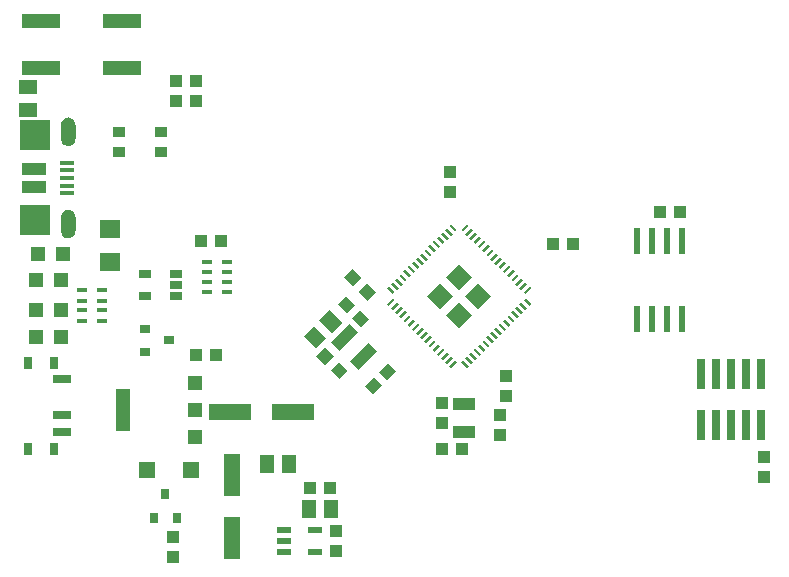
<source format=gbr>
G04 EAGLE Gerber RS-274X export*
G75*
%MOMM*%
%FSLAX34Y34*%
%LPD*%
%INSolderpaste Top*%
%IPPOS*%
%AMOC8*
5,1,8,0,0,1.08239X$1,22.5*%
G01*
%ADD10R,1.240000X1.500000*%
%ADD11R,1.400000X3.556000*%
%ADD12R,3.556000X1.400000*%
%ADD13R,1.200000X1.200000*%
%ADD14R,1.400000X1.400000*%
%ADD15R,1.200000X0.550000*%
%ADD16R,1.300000X1.300000*%
%ADD17R,1.300000X3.600000*%
%ADD18R,1.075000X1.000000*%
%ADD19R,0.787400X0.889000*%
%ADD20R,1.000000X1.075000*%
%ADD21R,2.000000X1.000000*%
%ADD22R,2.500000X2.500000*%
%ADD23R,1.250000X0.300000*%
%ADD24R,1.803000X1.600000*%
%ADD25R,3.200000X1.200000*%
%ADD26R,1.500000X1.240000*%
%ADD27R,0.889000X0.787400*%
%ADD28R,0.990000X0.690000*%
%ADD29R,0.900000X0.450000*%
%ADD30R,0.760000X2.600000*%
%ADD31R,0.600000X2.200000*%
%ADD32R,1.000000X0.850000*%
%ADD33R,0.700000X0.220000*%
%ADD34R,1.524000X1.524000*%
%ADD35R,1.016000X2.200000*%
%ADD36R,1.900000X1.100000*%
%ADD37R,0.800000X1.000000*%
%ADD38R,1.500000X0.700000*%

G36*
X52278Y407873D02*
X52278Y407873D01*
X53552Y408073D01*
X53599Y408090D01*
X53689Y408111D01*
X54885Y408589D01*
X54928Y408616D01*
X55011Y408656D01*
X56071Y409388D01*
X56107Y409424D01*
X56178Y409482D01*
X57049Y410432D01*
X57076Y410474D01*
X57133Y410547D01*
X57770Y411667D01*
X57787Y411714D01*
X57826Y411797D01*
X58199Y413031D01*
X58204Y413081D01*
X58224Y413171D01*
X58313Y414456D01*
X58311Y414476D01*
X58314Y414500D01*
X58314Y425500D01*
X58312Y425515D01*
X58313Y425535D01*
X58252Y426661D01*
X58241Y426708D01*
X58233Y426784D01*
X57952Y427877D01*
X57932Y427921D01*
X57910Y427994D01*
X57422Y429011D01*
X57394Y429050D01*
X57357Y429117D01*
X56680Y430020D01*
X56645Y430053D01*
X56596Y430111D01*
X55756Y430864D01*
X55715Y430890D01*
X55655Y430938D01*
X54684Y431512D01*
X54639Y431529D01*
X54572Y431565D01*
X53507Y431939D01*
X53460Y431947D01*
X53387Y431969D01*
X52270Y432128D01*
X52242Y432127D01*
X52090Y432128D01*
X50974Y431969D01*
X50928Y431954D01*
X50853Y431939D01*
X49788Y431565D01*
X49746Y431541D01*
X49676Y431512D01*
X48705Y430938D01*
X48668Y430906D01*
X48604Y430864D01*
X47764Y430111D01*
X47735Y430074D01*
X47680Y430020D01*
X47003Y429117D01*
X46981Y429074D01*
X46938Y429011D01*
X46450Y427994D01*
X46437Y427947D01*
X46408Y427877D01*
X46127Y426784D01*
X46124Y426736D01*
X46108Y426661D01*
X46047Y425535D01*
X46049Y425519D01*
X46046Y425500D01*
X46046Y414500D01*
X46049Y414485D01*
X46047Y414465D01*
X46108Y413339D01*
X46120Y413292D01*
X46127Y413216D01*
X46408Y412123D01*
X46428Y412079D01*
X46450Y412006D01*
X46938Y410989D01*
X46967Y410950D01*
X47003Y410883D01*
X47680Y409980D01*
X47715Y409947D01*
X47764Y409889D01*
X48604Y409136D01*
X48645Y409110D01*
X48705Y409062D01*
X49676Y408488D01*
X49721Y408471D01*
X49788Y408435D01*
X50853Y408061D01*
X50900Y408053D01*
X50974Y408031D01*
X52090Y407872D01*
X52091Y407872D01*
X52278Y407873D01*
G37*
G36*
X52278Y329873D02*
X52278Y329873D01*
X53552Y330073D01*
X53599Y330090D01*
X53689Y330111D01*
X54885Y330589D01*
X54928Y330616D01*
X55011Y330656D01*
X56071Y331388D01*
X56107Y331424D01*
X56178Y331482D01*
X57049Y332432D01*
X57076Y332474D01*
X57133Y332547D01*
X57770Y333667D01*
X57787Y333714D01*
X57826Y333797D01*
X58199Y335031D01*
X58204Y335081D01*
X58224Y335171D01*
X58313Y336456D01*
X58311Y336476D01*
X58314Y336500D01*
X58314Y347500D01*
X58312Y347515D01*
X58313Y347535D01*
X58252Y348661D01*
X58241Y348708D01*
X58233Y348784D01*
X57952Y349877D01*
X57932Y349921D01*
X57910Y349994D01*
X57422Y351011D01*
X57394Y351050D01*
X57357Y351117D01*
X56680Y352020D01*
X56645Y352053D01*
X56596Y352111D01*
X55756Y352864D01*
X55715Y352890D01*
X55655Y352938D01*
X54684Y353512D01*
X54639Y353529D01*
X54572Y353565D01*
X53507Y353939D01*
X53460Y353947D01*
X53387Y353969D01*
X52270Y354128D01*
X52242Y354127D01*
X52090Y354128D01*
X50974Y353969D01*
X50928Y353954D01*
X50853Y353939D01*
X49788Y353565D01*
X49746Y353541D01*
X49676Y353512D01*
X48705Y352938D01*
X48668Y352906D01*
X48604Y352864D01*
X47764Y352111D01*
X47735Y352074D01*
X47680Y352020D01*
X47003Y351117D01*
X46981Y351074D01*
X46938Y351011D01*
X46450Y349994D01*
X46437Y349947D01*
X46408Y349877D01*
X46127Y348784D01*
X46124Y348736D01*
X46108Y348661D01*
X46047Y347535D01*
X46049Y347519D01*
X46046Y347500D01*
X46046Y336500D01*
X46049Y336485D01*
X46047Y336465D01*
X46108Y335339D01*
X46120Y335292D01*
X46127Y335216D01*
X46408Y334123D01*
X46428Y334079D01*
X46450Y334006D01*
X46938Y332989D01*
X46967Y332950D01*
X47003Y332883D01*
X47680Y331980D01*
X47715Y331947D01*
X47764Y331889D01*
X48604Y331136D01*
X48645Y331110D01*
X48705Y331062D01*
X49676Y330488D01*
X49721Y330471D01*
X49788Y330435D01*
X50853Y330061D01*
X50900Y330053D01*
X50974Y330031D01*
X52090Y329872D01*
X52091Y329872D01*
X52278Y329873D01*
G37*
D10*
X239370Y138430D03*
X220370Y138430D03*
D11*
X190754Y76330D03*
X190754Y129410D03*
D12*
X242440Y182626D03*
X189360Y182626D03*
D13*
X46060Y246380D03*
X25060Y246380D03*
D14*
X155914Y133858D03*
X118914Y133858D03*
D13*
X26330Y316230D03*
X47330Y316230D03*
D10*
X255930Y100330D03*
X274930Y100330D03*
D15*
X234650Y83160D03*
X234650Y73660D03*
X234650Y64160D03*
X260650Y64160D03*
X260650Y83160D03*
D16*
X159278Y161404D03*
X159278Y184404D03*
X159278Y207404D03*
D17*
X98278Y184404D03*
D18*
X160410Y231140D03*
X177410Y231140D03*
X273930Y118110D03*
X256930Y118110D03*
D19*
X124714Y92710D03*
X144018Y92710D03*
X134366Y113030D03*
D20*
X140970Y60080D03*
X140970Y77080D03*
D21*
X23180Y388500D03*
X23180Y373500D03*
D22*
X24180Y417000D03*
X24180Y345000D03*
D23*
X50930Y394000D03*
X50930Y387500D03*
X50930Y381000D03*
X50930Y374500D03*
X50930Y368000D03*
D13*
X46060Y269240D03*
X25060Y269240D03*
X46060Y294640D03*
X25060Y294640D03*
D24*
X87630Y309630D03*
X87630Y338070D03*
D25*
X97500Y474030D03*
X29500Y474030D03*
X29500Y514030D03*
X97500Y514030D03*
D26*
X17780Y457810D03*
X17780Y438810D03*
D27*
X137160Y243332D03*
X116840Y233680D03*
X116840Y252984D03*
D18*
X164728Y327914D03*
X181728Y327914D03*
D28*
X143202Y280822D03*
X143202Y290322D03*
X143202Y299822D03*
X117302Y299822D03*
X117302Y280822D03*
D29*
X80890Y286050D03*
X63890Y286050D03*
X80890Y277050D03*
X80890Y269050D03*
X80890Y260050D03*
X63890Y260050D03*
X63890Y277050D03*
X63890Y269050D03*
X169300Y284180D03*
X186300Y284180D03*
X169300Y293180D03*
X169300Y301180D03*
X169300Y310180D03*
X186300Y310180D03*
X186300Y293180D03*
X186300Y301180D03*
D30*
X638810Y171540D03*
X626110Y171540D03*
X613410Y171540D03*
X600710Y171540D03*
X588010Y171540D03*
X638810Y214540D03*
X626110Y214540D03*
X613410Y214540D03*
X600710Y214540D03*
X588010Y214540D03*
D20*
X641350Y144390D03*
X641350Y127390D03*
D31*
X558800Y327790D03*
X558800Y261490D03*
X571500Y327790D03*
X546100Y327790D03*
X533400Y327790D03*
X571500Y261490D03*
X546100Y261490D03*
X533400Y261490D03*
D18*
X569840Y351790D03*
X552840Y351790D03*
D32*
X130530Y402730D03*
X95530Y402730D03*
X130530Y420230D03*
X95530Y420230D03*
D33*
G36*
X386267Y226247D02*
X391216Y221298D01*
X389661Y219743D01*
X384712Y224692D01*
X386267Y226247D01*
G37*
G36*
X389802Y229783D02*
X394751Y224834D01*
X393196Y223279D01*
X388247Y228228D01*
X389802Y229783D01*
G37*
G36*
X393338Y233318D02*
X398287Y228369D01*
X396732Y226814D01*
X391783Y231763D01*
X393338Y233318D01*
G37*
G36*
X396873Y236854D02*
X401822Y231905D01*
X400267Y230350D01*
X395318Y235299D01*
X396873Y236854D01*
G37*
G36*
X400409Y240390D02*
X405358Y235441D01*
X403803Y233886D01*
X398854Y238835D01*
X400409Y240390D01*
G37*
G36*
X403944Y243925D02*
X408893Y238976D01*
X407338Y237421D01*
X402389Y242370D01*
X403944Y243925D01*
G37*
G36*
X407480Y247461D02*
X412429Y242512D01*
X410874Y240957D01*
X405925Y245906D01*
X407480Y247461D01*
G37*
G36*
X411015Y250996D02*
X415964Y246047D01*
X414409Y244492D01*
X409460Y249441D01*
X411015Y250996D01*
G37*
G36*
X414551Y254532D02*
X419500Y249583D01*
X417945Y248028D01*
X412996Y252977D01*
X414551Y254532D01*
G37*
G36*
X418087Y258067D02*
X423036Y253118D01*
X421481Y251563D01*
X416532Y256512D01*
X418087Y258067D01*
G37*
G36*
X421622Y261603D02*
X426571Y256654D01*
X425016Y255099D01*
X420067Y260048D01*
X421622Y261603D01*
G37*
G36*
X425158Y265138D02*
X430107Y260189D01*
X428552Y258634D01*
X423603Y263583D01*
X425158Y265138D01*
G37*
G36*
X428693Y268674D02*
X433642Y263725D01*
X432087Y262170D01*
X427138Y267119D01*
X428693Y268674D01*
G37*
G36*
X432229Y272209D02*
X437178Y267260D01*
X435623Y265705D01*
X430674Y270654D01*
X432229Y272209D01*
G37*
G36*
X435764Y275745D02*
X440713Y270796D01*
X439158Y269241D01*
X434209Y274190D01*
X435764Y275745D01*
G37*
G36*
X439300Y279280D02*
X444249Y274331D01*
X442694Y272776D01*
X437745Y277725D01*
X439300Y279280D01*
G37*
G36*
X437745Y284231D02*
X442694Y289180D01*
X444249Y287625D01*
X439300Y282676D01*
X437745Y284231D01*
G37*
G36*
X434209Y287766D02*
X439158Y292715D01*
X440713Y291160D01*
X435764Y286211D01*
X434209Y287766D01*
G37*
G36*
X430674Y291302D02*
X435623Y296251D01*
X437178Y294696D01*
X432229Y289747D01*
X430674Y291302D01*
G37*
G36*
X427138Y294837D02*
X432087Y299786D01*
X433642Y298231D01*
X428693Y293282D01*
X427138Y294837D01*
G37*
G36*
X423603Y298373D02*
X428552Y303322D01*
X430107Y301767D01*
X425158Y296818D01*
X423603Y298373D01*
G37*
G36*
X420067Y301909D02*
X425016Y306858D01*
X426571Y305303D01*
X421622Y300354D01*
X420067Y301909D01*
G37*
G36*
X416532Y305444D02*
X421481Y310393D01*
X423036Y308838D01*
X418087Y303889D01*
X416532Y305444D01*
G37*
G36*
X412996Y308980D02*
X417945Y313929D01*
X419500Y312374D01*
X414551Y307425D01*
X412996Y308980D01*
G37*
G36*
X409460Y312515D02*
X414409Y317464D01*
X415964Y315909D01*
X411015Y310960D01*
X409460Y312515D01*
G37*
G36*
X405925Y316051D02*
X410874Y321000D01*
X412429Y319445D01*
X407480Y314496D01*
X405925Y316051D01*
G37*
G36*
X402389Y319586D02*
X407338Y324535D01*
X408893Y322980D01*
X403944Y318031D01*
X402389Y319586D01*
G37*
G36*
X398854Y323122D02*
X403803Y328071D01*
X405358Y326516D01*
X400409Y321567D01*
X398854Y323122D01*
G37*
G36*
X395318Y326657D02*
X400267Y331606D01*
X401822Y330051D01*
X396873Y325102D01*
X395318Y326657D01*
G37*
G36*
X391783Y330193D02*
X396732Y335142D01*
X398287Y333587D01*
X393338Y328638D01*
X391783Y330193D01*
G37*
G36*
X388247Y333728D02*
X393196Y338677D01*
X394751Y337122D01*
X389802Y332173D01*
X388247Y333728D01*
G37*
G36*
X384712Y337264D02*
X389661Y342213D01*
X391216Y340658D01*
X386267Y335709D01*
X384712Y337264D01*
G37*
G36*
X379761Y335709D02*
X374812Y340658D01*
X376367Y342213D01*
X381316Y337264D01*
X379761Y335709D01*
G37*
G36*
X376226Y332173D02*
X371277Y337122D01*
X372832Y338677D01*
X377781Y333728D01*
X376226Y332173D01*
G37*
G36*
X372690Y328638D02*
X367741Y333587D01*
X369296Y335142D01*
X374245Y330193D01*
X372690Y328638D01*
G37*
G36*
X369155Y325102D02*
X364206Y330051D01*
X365761Y331606D01*
X370710Y326657D01*
X369155Y325102D01*
G37*
G36*
X365619Y321567D02*
X360670Y326516D01*
X362225Y328071D01*
X367174Y323122D01*
X365619Y321567D01*
G37*
G36*
X362084Y318031D02*
X357135Y322980D01*
X358690Y324535D01*
X363639Y319586D01*
X362084Y318031D01*
G37*
G36*
X358548Y314496D02*
X353599Y319445D01*
X355154Y321000D01*
X360103Y316051D01*
X358548Y314496D01*
G37*
G36*
X355012Y310960D02*
X350063Y315909D01*
X351618Y317464D01*
X356567Y312515D01*
X355012Y310960D01*
G37*
G36*
X351477Y307425D02*
X346528Y312374D01*
X348083Y313929D01*
X353032Y308980D01*
X351477Y307425D01*
G37*
G36*
X347941Y303889D02*
X342992Y308838D01*
X344547Y310393D01*
X349496Y305444D01*
X347941Y303889D01*
G37*
G36*
X344406Y300354D02*
X339457Y305303D01*
X341012Y306858D01*
X345961Y301909D01*
X344406Y300354D01*
G37*
G36*
X340870Y296818D02*
X335921Y301767D01*
X337476Y303322D01*
X342425Y298373D01*
X340870Y296818D01*
G37*
G36*
X337335Y293282D02*
X332386Y298231D01*
X333941Y299786D01*
X338890Y294837D01*
X337335Y293282D01*
G37*
G36*
X333799Y289747D02*
X328850Y294696D01*
X330405Y296251D01*
X335354Y291302D01*
X333799Y289747D01*
G37*
G36*
X330264Y286211D02*
X325315Y291160D01*
X326870Y292715D01*
X331819Y287766D01*
X330264Y286211D01*
G37*
G36*
X326728Y282676D02*
X321779Y287625D01*
X323334Y289180D01*
X328283Y284231D01*
X326728Y282676D01*
G37*
G36*
X328283Y277725D02*
X323334Y272776D01*
X321779Y274331D01*
X326728Y279280D01*
X328283Y277725D01*
G37*
G36*
X331819Y274190D02*
X326870Y269241D01*
X325315Y270796D01*
X330264Y275745D01*
X331819Y274190D01*
G37*
G36*
X335354Y270654D02*
X330405Y265705D01*
X328850Y267260D01*
X333799Y272209D01*
X335354Y270654D01*
G37*
G36*
X338890Y267119D02*
X333941Y262170D01*
X332386Y263725D01*
X337335Y268674D01*
X338890Y267119D01*
G37*
G36*
X342425Y263583D02*
X337476Y258634D01*
X335921Y260189D01*
X340870Y265138D01*
X342425Y263583D01*
G37*
G36*
X345961Y260048D02*
X341012Y255099D01*
X339457Y256654D01*
X344406Y261603D01*
X345961Y260048D01*
G37*
G36*
X349496Y256512D02*
X344547Y251563D01*
X342992Y253118D01*
X347941Y258067D01*
X349496Y256512D01*
G37*
G36*
X353032Y252977D02*
X348083Y248028D01*
X346528Y249583D01*
X351477Y254532D01*
X353032Y252977D01*
G37*
G36*
X356567Y249441D02*
X351618Y244492D01*
X350063Y246047D01*
X355012Y250996D01*
X356567Y249441D01*
G37*
G36*
X360103Y245906D02*
X355154Y240957D01*
X353599Y242512D01*
X358548Y247461D01*
X360103Y245906D01*
G37*
G36*
X363639Y242370D02*
X358690Y237421D01*
X357135Y238976D01*
X362084Y243925D01*
X363639Y242370D01*
G37*
G36*
X367174Y238835D02*
X362225Y233886D01*
X360670Y235441D01*
X365619Y240390D01*
X367174Y238835D01*
G37*
G36*
X370710Y235299D02*
X365761Y230350D01*
X364206Y231905D01*
X369155Y236854D01*
X370710Y235299D01*
G37*
G36*
X374245Y231763D02*
X369296Y226814D01*
X367741Y228369D01*
X372690Y233318D01*
X374245Y231763D01*
G37*
G36*
X377781Y228228D02*
X372832Y223279D01*
X371277Y224834D01*
X376226Y229783D01*
X377781Y228228D01*
G37*
G36*
X381316Y224692D02*
X376367Y219743D01*
X374812Y221298D01*
X379761Y226247D01*
X381316Y224692D01*
G37*
D34*
G36*
X383014Y275590D02*
X393790Y264814D01*
X383014Y254038D01*
X372238Y264814D01*
X383014Y275590D01*
G37*
G36*
X366850Y291754D02*
X377626Y280978D01*
X366850Y270202D01*
X356074Y280978D01*
X366850Y291754D01*
G37*
G36*
X383014Y307919D02*
X393790Y297143D01*
X383014Y286367D01*
X372238Y297143D01*
X383014Y307919D01*
G37*
G36*
X399178Y291754D02*
X409954Y280978D01*
X399178Y270202D01*
X388402Y280978D01*
X399178Y291754D01*
G37*
D10*
G36*
X264783Y260367D02*
X273551Y269135D01*
X284157Y258529D01*
X275389Y249761D01*
X264783Y260367D01*
G37*
G36*
X251348Y246931D02*
X260116Y255699D01*
X270722Y245093D01*
X261954Y236325D01*
X251348Y246931D01*
G37*
D35*
G36*
X281741Y234615D02*
X274557Y241799D01*
X290113Y257355D01*
X297297Y250171D01*
X281741Y234615D01*
G37*
G36*
X297679Y218677D02*
X290495Y225861D01*
X306051Y241417D01*
X313235Y234233D01*
X297679Y218677D01*
G37*
D18*
G36*
X299487Y269141D02*
X307088Y261540D01*
X300017Y254469D01*
X292416Y262070D01*
X299487Y269141D01*
G37*
G36*
X287467Y281162D02*
X295068Y273561D01*
X287997Y266490D01*
X280396Y274091D01*
X287467Y281162D01*
G37*
D20*
X160174Y446314D03*
X160174Y463314D03*
X368300Y190110D03*
X368300Y173110D03*
D18*
X385690Y151130D03*
X368690Y151130D03*
D36*
X387350Y189800D03*
X387350Y165800D03*
D18*
G36*
X281272Y225435D02*
X288873Y217834D01*
X281802Y210763D01*
X274201Y218364D01*
X281272Y225435D01*
G37*
G36*
X269251Y237456D02*
X276852Y229855D01*
X269781Y222784D01*
X262180Y230385D01*
X269251Y237456D01*
G37*
G36*
X293639Y289132D02*
X286038Y296733D01*
X293109Y303804D01*
X300710Y296203D01*
X293639Y289132D01*
G37*
G36*
X305660Y277112D02*
X298059Y284713D01*
X305130Y291784D01*
X312731Y284183D01*
X305660Y277112D01*
G37*
G36*
X317928Y205447D02*
X310327Y197846D01*
X303256Y204917D01*
X310857Y212518D01*
X317928Y205447D01*
G37*
G36*
X329948Y217467D02*
X322347Y209866D01*
X315276Y216937D01*
X322877Y224538D01*
X329948Y217467D01*
G37*
D20*
X422820Y196496D03*
X422820Y213496D03*
X417830Y179950D03*
X417830Y162950D03*
X279156Y64788D03*
X279156Y81788D03*
X375394Y385690D03*
X375394Y368690D03*
D37*
X18210Y224460D03*
X40210Y224460D03*
X40210Y151460D03*
X18210Y151460D03*
D38*
X46710Y165460D03*
X46710Y180460D03*
X46710Y210460D03*
D18*
X479924Y324866D03*
X462924Y324866D03*
D20*
X143510Y446414D03*
X143510Y463414D03*
M02*

</source>
